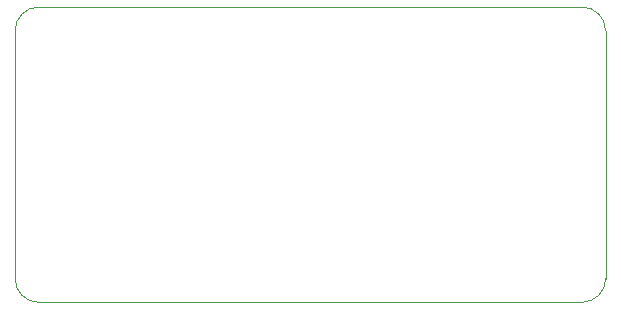
<source format=gm1>
G04 #@! TF.GenerationSoftware,KiCad,Pcbnew,8.0.7*
G04 #@! TF.CreationDate,2025-01-15T21:05:11+03:00*
G04 #@! TF.ProjectId,Connector,436f6e6e-6563-4746-9f72-2e6b69636164,rev?*
G04 #@! TF.SameCoordinates,Original*
G04 #@! TF.FileFunction,Profile,NP*
%FSLAX46Y46*%
G04 Gerber Fmt 4.6, Leading zero omitted, Abs format (unit mm)*
G04 Created by KiCad (PCBNEW 8.0.7) date 2025-01-15 21:05:11*
%MOMM*%
%LPD*%
G01*
G04 APERTURE LIST*
G04 #@! TA.AperFunction,Profile*
%ADD10C,0.050000*%
G04 #@! TD*
G04 APERTURE END LIST*
D10*
X123501100Y-94503600D02*
G75*
G02*
X125501100Y-92503600I2000000J0D01*
G01*
X173501100Y-115503600D02*
G75*
G02*
X171501100Y-117503600I-2000000J0D01*
G01*
X171501100Y-92503600D02*
G75*
G02*
X173501100Y-94503600I0J-2000000D01*
G01*
X125501100Y-117503600D02*
X171501100Y-117503600D01*
X171501100Y-92503600D02*
X125501100Y-92503600D01*
X125501100Y-117503600D02*
G75*
G02*
X123501100Y-115503600I0J2000000D01*
G01*
X173501100Y-115503600D02*
X173501100Y-94503600D01*
X123501100Y-94503600D02*
X123501100Y-115503600D01*
M02*

</source>
